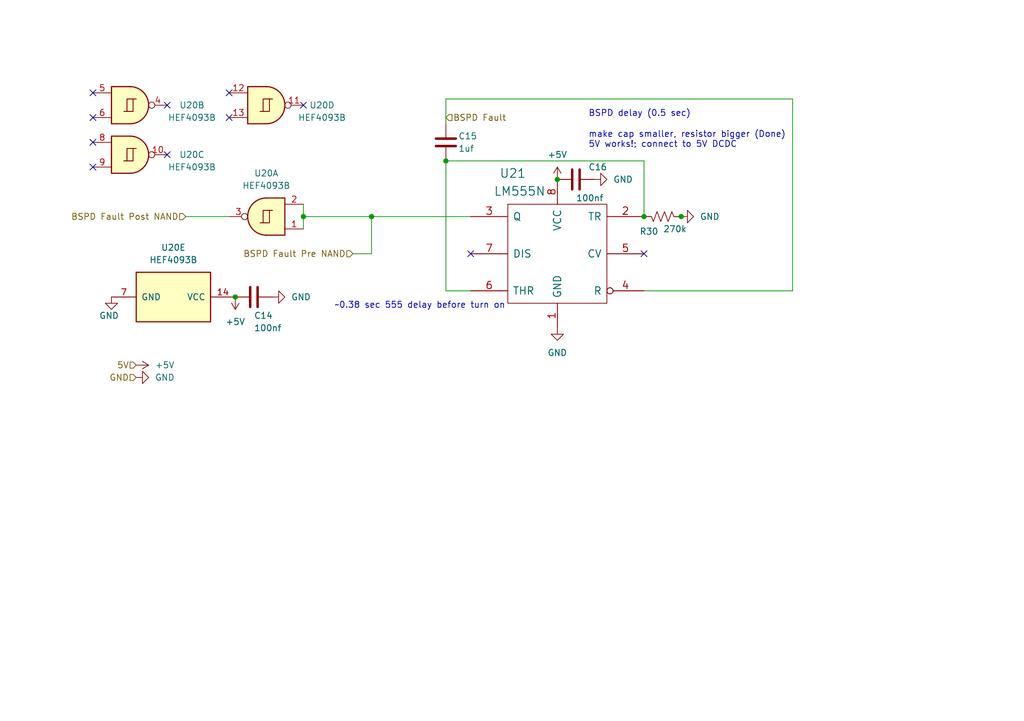
<source format=kicad_sch>
(kicad_sch (version 20231120) (generator "eeschema") (generator_version "8.0")
  (paper "A5")
  (title_block (title "BSPD Timer") (date "2024-07-07") (rev "1.0"))
  (lib_symbols
    (symbol "2FS-1_Symbol Library:LM555N" (pin_names (offset 1.016))
      (property "Reference" "U" (at 0 0 0))
      (property "Value" "LM555N" (at 0 2.54 0))
      (symbol "LM555N_0_0"
        (pin power_in line (at 0 -15.24 90) (length 5.08) (name "GND") (number "1"))
        (pin power_in line (at 0 15.24 270) (length 5.08) (name "VCC") (number "8"))
      )
      (symbol "LM555N_0_1"
        (rectangle (start -10.16 -10.16) (end 10.16 10.16))
      )
      (symbol "LM555N_1_1"
        (pin input line (at -17.78 7.62 0) (length 7.62) (name "TR") (number "2"))
        (pin output line (at 17.78 7.62 180) (length 7.62) (name "Q") (number "3"))
        (pin input inverted (at -17.78 -7.62 0) (length 7.62) (name "R") (number "4"))
        (pin input line (at -17.78 0 0) (length 7.62) (name "CV") (number "5"))
        (pin input line (at 17.78 -7.62 180) (length 7.62) (name "THR") (number "6"))
        (pin input line (at 17.78 0 180) (length 7.62) (name "DIS") (number "7"))
      )
    )
    (symbol "4xxx:HEF4093B" (pin_names (offset 1.016))
      (property "Reference" "U" (at 0 1.27 0))
      (property "Value" "HEF4093B" (at 0 -1.27 0))
      (symbol "HEF4093B_1_0"
        (polyline (pts (xy -0.635 -1.27) (xy -0.635 1.27) (xy 0.635 1.27)))
        (polyline (pts (xy -0.635 -1.27) (xy -0.635 1.27) (xy 0.635 1.27)))
        (polyline (pts (xy -1.27 -1.27) (xy 0.635 -1.27) (xy 0.635 1.27) (xy 1.27 1.27)))
        (polyline (pts (xy -1.27 -1.27) (xy 0.635 -1.27) (xy 0.635 1.27) (xy 1.27 1.27)))
      )
      (symbol "HEF4093B_1_1"
        (arc (start 0 -3.81) (mid 3.7934 0) (end 0 3.81) (stroke (width 0.254)) (fill (type background)))
        (polyline (pts (xy 0 3.81) (xy -3.81 3.81) (xy -3.81 -3.81) (xy 0 -3.81)) (stroke (width 0.254)) (fill (type background)))
        (pin input line (at -7.62 2.54 0) (length 3.81) (name "~") (number "1"))
        (pin input line (at -7.62 -2.54 0) (length 3.81) (name "~") (number "2"))
        (pin output inverted (at 7.62 0 180) (length 3.81) (name "~") (number "3"))
      )
      (symbol "HEF4093B_1_2"
        (arc (start -3.81 -3.81) (mid -2.589 0) (end -3.81 3.81) (stroke (width 0.254)))
        (arc (start -0.6096 -3.81) (mid 2.1842 -2.5851) (end 3.81 0) (stroke (width 0.254)) (fill (type background)))
        (polyline (pts (xy -3.81 -3.81) (xy -0.635 -3.81)) (stroke (width 0.254)) (fill (type background)))
        (polyline (pts (xy -3.81 3.81) (xy -0.635 3.81)) (stroke (width 0.254)) (fill (type background)))
        (polyline (pts (xy -0.635 3.81) (xy -3.81 3.81) (xy -3.81 3.81) (xy -3.556 3.4036) (xy -3.0226 2.2606) (xy -2.6924 1.0414) (xy -2.6162 -0.254) (xy -2.7686 -1.4986) (xy -3.175 -2.7178) (xy -3.81 -3.81) (xy -3.81 -3.81) (xy -0.635 -3.81)) (stroke (width -25.4)) (fill (type background)))
        (arc (start 3.81 0) (mid 2.1915 2.5936) (end -0.6096 3.81) (stroke (width 0.254)) (fill (type background)))
        (pin input inverted (at -7.62 2.54 0) (length 4.318) (name "~") (number "1"))
        (pin input inverted (at -7.62 -2.54 0) (length 4.318) (name "~") (number "2"))
        (pin output line (at 7.62 0 180) (length 3.81) (name "~") (number "3"))
      )
      (symbol "HEF4093B_2_0"
        (polyline (pts (xy -0.635 -1.27) (xy -0.635 1.27) (xy 0.635 1.27)))
        (polyline (pts (xy -0.635 -1.27) (xy -0.635 1.27) (xy 0.635 1.27)))
        (polyline (pts (xy -1.27 -1.27) (xy 0.635 -1.27) (xy 0.635 1.27) (xy 1.27 1.27)))
        (polyline (pts (xy -1.27 -1.27) (xy 0.635 -1.27) (xy 0.635 1.27) (xy 1.27 1.27)))
      )
      (symbol "HEF4093B_2_1"
        (arc (start 0 -3.81) (mid 3.7934 0) (end 0 3.81) (stroke (width 0.254)) (fill (type background)))
        (polyline (pts (xy 0 3.81) (xy -3.81 3.81) (xy -3.81 -3.81) (xy 0 -3.81)) (stroke (width 0.254)) (fill (type background)))
        (pin output inverted (at 7.62 0 180) (length 3.81) (name "~") (number "4"))
        (pin input line (at -7.62 2.54 0) (length 3.81) (name "~") (number "5"))
        (pin input line (at -7.62 -2.54 0) (length 3.81) (name "~") (number "6"))
      )
      (symbol "HEF4093B_2_2"
        (arc (start -3.81 -3.81) (mid -2.589 0) (end -3.81 3.81) (stroke (width 0.254)))
        (arc (start -0.6096 -3.81) (mid 2.1842 -2.5851) (end 3.81 0) (stroke (width 0.254)) (fill (type background)))
        (polyline (pts (xy -3.81 -3.81) (xy -0.635 -3.81)) (stroke (width 0.254)) (fill (type background)))
        (polyline (pts (xy -3.81 3.81) (xy -0.635 3.81)) (stroke (width 0.254)) (fill (type background)))
        (polyline (pts (xy -0.635 3.81) (xy -3.81 3.81) (xy -3.81 3.81) (xy -3.556 3.4036) (xy -3.0226 2.2606) (xy -2.6924 1.0414) (xy -2.6162 -0.254) (xy -2.7686 -1.4986) (xy -3.175 -2.7178) (xy -3.81 -3.81) (xy -3.81 -3.81) (xy -0.635 -3.81)) (stroke (width -25.4)) (fill (type background)))
        (arc (start 3.81 0) (mid 2.1915 2.5936) (end -0.6096 3.81) (stroke (width 0.254)) (fill (type background)))
        (pin output line (at 7.62 0 180) (length 3.81) (name "~") (number "4"))
        (pin input inverted (at -7.62 2.54 0) (length 4.318) (name "~") (number "5"))
        (pin input inverted (at -7.62 -2.54 0) (length 4.318) (name "~") (number "6"))
      )
      (symbol "HEF4093B_3_0"
        (polyline (pts (xy -0.635 -1.27) (xy -0.635 1.27) (xy 0.635 1.27)))
        (polyline (pts (xy -0.635 -1.27) (xy -0.635 1.27) (xy 0.635 1.27)))
        (polyline (pts (xy -1.27 -1.27) (xy 0.635 -1.27) (xy 0.635 1.27) (xy 1.27 1.27)))
        (polyline (pts (xy -1.27 -1.27) (xy 0.635 -1.27) (xy 0.635 1.27) (xy 1.27 1.27)))
      )
      (symbol "HEF4093B_3_1"
        (arc (start 0 -3.81) (mid 3.7934 0) (end 0 3.81) (stroke (width 0.254)) (fill (type background)))
        (polyline (pts (xy 0 3.81) (xy -3.81 3.81) (xy -3.81 -3.81) (xy 0 -3.81)) (stroke (width 0.254)) (fill (type background)))
        (pin output inverted (at 7.62 0 180) (length 3.81) (name "~") (number "10"))
        (pin input line (at -7.62 2.54 0) (length 3.81) (name "~") (number "8"))
        (pin input line (at -7.62 -2.54 0) (length 3.81) (name "~") (number "9"))
      )
      (symbol "HEF4093B_3_2"
        (arc (start -3.81 -3.81) (mid -2.589 0) (end -3.81 3.81) (stroke (width 0.254)))
        (arc (start -0.6096 -3.81) (mid 2.1842 -2.5851) (end 3.81 0) (stroke (width 0.254)) (fill (type background)))
        (polyline (pts (xy -3.81 -3.81) (xy -0.635 -3.81)) (stroke (width 0.254)) (fill (type background)))
        (polyline (pts (xy -3.81 3.81) (xy -0.635 3.81)) (stroke (width 0.254)) (fill (type background)))
        (polyline (pts (xy -0.635 3.81) (xy -3.81 3.81) (xy -3.81 3.81) (xy -3.556 3.4036) (xy -3.0226 2.2606) (xy -2.6924 1.0414) (xy -2.6162 -0.254) (xy -2.7686 -1.4986) (xy -3.175 -2.7178) (xy -3.81 -3.81) (xy -3.81 -3.81) (xy -0.635 -3.81)) (stroke (width -25.4)) (fill (type background)))
        (arc (start 3.81 0) (mid 2.1915 2.5936) (end -0.6096 3.81) (stroke (width 0.254)) (fill (type background)))
        (pin output line (at 7.62 0 180) (length 3.81) (name "~") (number "10"))
        (pin input inverted (at -7.62 2.54 0) (length 4.318) (name "~") (number "8"))
        (pin input inverted (at -7.62 -2.54 0) (length 4.318) (name "~") (number "9"))
      )
      (symbol "HEF4093B_4_0"
        (polyline (pts (xy -0.635 -1.27) (xy -0.635 1.27) (xy 0.635 1.27)))
        (polyline (pts (xy -0.635 -1.27) (xy -0.635 1.27) (xy 0.635 1.27)))
        (polyline (pts (xy -1.27 -1.27) (xy 0.635 -1.27) (xy 0.635 1.27) (xy 1.27 1.27)))
        (polyline (pts (xy -1.27 -1.27) (xy 0.635 -1.27) (xy 0.635 1.27) (xy 1.27 1.27)))
      )
      (symbol "HEF4093B_4_1"
        (arc (start 0 -3.81) (mid 3.7934 0) (end 0 3.81) (stroke (width 0.254)) (fill (type background)))
        (polyline (pts (xy 0 3.81) (xy -3.81 3.81) (xy -3.81 -3.81) (xy 0 -3.81)) (stroke (width 0.254)) (fill (type background)))
        (pin output inverted (at 7.62 0 180) (length 3.81) (name "~") (number "11"))
        (pin input line (at -7.62 2.54 0) (length 3.81) (name "~") (number "12"))
        (pin input line (at -7.62 -2.54 0) (length 3.81) (name "~") (number "13"))
      )
      (symbol "HEF4093B_4_2"
        (arc (start -3.81 -3.81) (mid -2.589 0) (end -3.81 3.81) (stroke (width 0.254)))
        (arc (start -0.6096 -3.81) (mid 2.1842 -2.5851) (end 3.81 0) (stroke (width 0.254)) (fill (type background)))
        (polyline (pts (xy -3.81 -3.81) (xy -0.635 -3.81)) (stroke (width 0.254)) (fill (type background)))
        (polyline (pts (xy -3.81 3.81) (xy -0.635 3.81)) (stroke (width 0.254)) (fill (type background)))
        (polyline (pts (xy -0.635 3.81) (xy -3.81 3.81) (xy -3.81 3.81) (xy -3.556 3.4036) (xy -3.0226 2.2606) (xy -2.6924 1.0414) (xy -2.6162 -0.254) (xy -2.7686 -1.4986) (xy -3.175 -2.7178) (xy -3.81 -3.81) (xy -3.81 -3.81) (xy -0.635 -3.81)) (stroke (width -25.4)) (fill (type background)))
        (arc (start 3.81 0) (mid 2.1915 2.5936) (end -0.6096 3.81) (stroke (width 0.254)) (fill (type background)))
        (pin output line (at 7.62 0 180) (length 3.81) (name "~") (number "11"))
        (pin input inverted (at -7.62 2.54 0) (length 4.318) (name "~") (number "12"))
        (pin input inverted (at -7.62 -2.54 0) (length 4.318) (name "~") (number "13"))
      )
      (symbol "HEF4093B_5_0"
        (pin power_in line (at 0 12.7 270) (length 5.08) (name "VCC") (number "14"))
        (pin power_in line (at 0 -12.7 90) (length 5.08) (name "GND") (number "7"))
      )
      (symbol "HEF4093B_5_1"
        (rectangle (start -5.08 7.62) (end 5.08 -7.62) (stroke (width 0.254)) (fill (type background)))
      )
    )
    (symbol "Device:C" (pin_numbers hide) (pin_names (offset 0.254))
      (property "Reference" "C" (at 0.635 2.54 0))
      (property "Value" "C" (at 0.635 -2.54 0))
      (symbol "C_0_1"
        (polyline (pts (xy -2.032 -0.762) (xy 2.032 -0.762)) (stroke (width 0.508)))
        (polyline (pts (xy -2.032 0.762) (xy 2.032 0.762)) (stroke (width 0.508)))
      )
      (symbol "C_1_1"
        (pin passive line (at 0 3.81 270) (length 2.794) (name "~") (number "1"))
        (pin passive line (at 0 -3.81 90) (length 2.794) (name "~") (number "2"))
      )
    )
    (symbol "Device:R_US" (pin_numbers hide) (pin_names (offset 0))
      (property "Reference" "R" (at 2.54 0 90))
      (property "Value" "R_US" (at -2.54 0 90))
      (symbol "R_US_0_1"
        (polyline (pts (xy 0 -2.286) (xy 0 -2.54)))
        (polyline (pts (xy 0 2.286) (xy 0 2.54)))
        (polyline (pts (xy 0 -0.762) (xy 1.016 -1.143) (xy 0 -1.524) (xy -1.016 -1.905) (xy 0 -2.286)))
        (polyline (pts (xy 0 0.762) (xy 1.016 0.381) (xy 0 0) (xy -1.016 -0.381) (xy 0 -0.762)))
        (polyline (pts (xy 0 2.286) (xy 1.016 1.905) (xy 0 1.524) (xy -1.016 1.143) (xy 0 0.762)))
      )
      (symbol "R_US_1_1"
        (pin passive line (at 0 3.81 270) (length 1.27) (name "~") (number "1"))
        (pin passive line (at 0 -3.81 90) (length 1.27) (name "~") (number "2"))
      )
    )
    (symbol "power:+5V" (power) (pin_names (offset 0))
      (property "Value" "+5V" (at 0 3.556 0))
      (symbol "+5V_0_1"
        (polyline (pts (xy -0.762 1.27) (xy 0 2.54)))
        (polyline (pts (xy 0 0) (xy 0 2.54)))
        (polyline (pts (xy 0 2.54) (xy 0.762 1.27)))
      )
      (symbol "+5V_1_1"
        (pin power_in line (at 0 0 90) (length 0) hide (name "+5V") (number "1"))
      )
    )
    (symbol "power:GND" (power) (pin_names (offset 0))
      (property "Value" "GND" (at 0 -3.81 0))
      (symbol "GND_0_1"
        (polyline (pts (xy 0 0) (xy 0 -1.27) (xy 1.27 -1.27) (xy 0 -2.54) (xy -1.27 -1.27) (xy 0 -1.27)))
      )
      (symbol "GND_1_1"
        (pin power_in line (at 0 0 270) (length 0) hide (name "GND") (number "1"))
      )
    )
  )
  (junction (at 76.2 44.45))
  (junction (at 139.7 44.45))
  (junction (at 132.08 44.45))
  (junction (at 91.44 33.02))
  (junction (at 114.3 36.83))
  (junction (at 48.26 60.96))
  (junction (at 62.23 44.45))
  (no_connect (at 19.05 34.29))
  (no_connect (at 96.52 52.07))
  (no_connect (at 46.99 19.05))
  (no_connect (at 62.23 21.59))
  (no_connect (at 19.05 19.05))
  (no_connect (at 34.29 21.59))
  (no_connect (at 46.99 24.13))
  (no_connect (at 19.05 24.13))
  (no_connect (at 19.05 29.21))
  (no_connect (at 132.08 52.07))
  (no_connect (at 34.29 31.75))
  (wire (pts (xy 46.99 44.45) (xy 38.1 44.45)))
  (wire (pts (xy 139.7 44.45) (xy 139.7 44.323)))
  (wire (pts (xy 132.08 59.69) (xy 162.56 59.69)))
  (wire (pts (xy 62.23 41.91) (xy 62.23 44.45)))
  (wire (pts (xy 72.39 52.07) (xy 76.2 52.07)))
  (wire (pts (xy 162.56 59.69) (xy 162.56 20.32)))
  (wire (pts (xy 76.2 44.45) (xy 96.52 44.45)))
  (wire (pts (xy 91.44 20.32) (xy 91.44 25.4)))
  (wire (pts (xy 76.2 52.07) (xy 76.2 44.45)))
  (wire (pts (xy 62.23 44.45) (xy 76.2 44.45)))
  (wire (pts (xy 91.44 33.02) (xy 91.44 59.69)))
  (wire (pts (xy 62.23 44.45) (xy 62.23 46.99)))
  (wire (pts (xy 132.08 33.02) (xy 132.08 44.45)))
  (wire (pts (xy 91.44 59.69) (xy 96.52 59.69)))
  (wire (pts (xy 91.44 20.32) (xy 162.56 20.32)))
  (wire (pts (xy 91.44 33.02) (xy 132.08 33.02)))
  (text "~0.38 sec 555 delay before turn on" (at 68.58 63.5 0) (effects (font (size 1.27 1.27)) (justify left bottom)))
  (text "BSPD delay (0.5 sec)" (at 120.65 24.13 0) (effects (font (size 1.27 1.27)) (justify left bottom)))
  (text "make cap smaller, resistor bigger (Done)\n5V works!; connect to 5V DCDC" (at 120.65 30.48 0) (effects (font (size 1.27 1.27)) (justify left bottom)))
  (hierarchical_label "BSPD Fault Post NAND" (shape input) (at 38.1 44.45 180))
  (hierarchical_label "BSPD Fault Pre NAND" (shape input) (at 72.39 52.07 180))
  (hierarchical_label "5V" (shape input) (at 27.94 74.93 180))
  (hierarchical_label "BSPD Fault" (shape input) (at 91.44 24.13 0))
  (hierarchical_label "GND" (shape input) (at 27.94 77.47 180))
  (symbol (lib_id "Device:C") (at 52.07 60.96 270) (unit 1)
    (property "Reference" "C14" (at 52.07 64.77 90) (effects (justify left)))
    (property "Value" "100nf" (at 52.07 67.31 90) (effects (justify left)))
    (property "Footprint" "Capacitor_SMD:C_0805_2012Metric_Pad1.18x1.45mm_HandSolder" (effects (hide yes)))
    (property "Datasheet" "https://mm.digikey.com/Volume0/opasdata/d220001/medias/docus/4005/0805B104K101CC.pdf" (effects (hide yes)))
  )
  (symbol (lib_id "power:+5V") (at 48.26 60.96 180) (unit 1)
    (property "Reference" "#PWR078" (effects (hide yes)))
    (property "Value" "+5V" (at 48.26 66.04 0))
  )
  (symbol (lib_id "Device:R_US") (at 135.89 44.45 90) (mirror x) (unit 1)
    (property "Reference" "R30" (at 133.096 47.498 90))
    (property "Value" "270k" (at 138.43 46.99 90))
    (property "Footprint" "Resistor_SMD:R_0805_2012Metric_Pad1.20x1.40mm_HandSolder" (effects (hide yes)))
  )
  (symbol (lib_id "4xxx:HEF4093B") (at 35.56 60.96 270) (unit 5)
    (property "Reference" "U20" (at 35.56 50.8 90))
    (property "Value" "HEF4093B" (at 35.56 53.34 90))
    (property "Footprint" "Package_SO:SOIC-14_3.9x8.7mm_P1.27mm" (effects (hide yes)))
    (property "Datasheet" "https://assets.nexperia.com/documents/data-sheet/HEF4093B.pdf" (effects (hide yes)))
  )
  (symbol (lib_id "4xxx:HEF4093B") (at 54.61 21.59 0) (unit 4)
    (property "Reference" "U20" (at 66.04 21.59 0))
    (property "Value" "HEF4093B" (at 66.04 24.13 0))
    (property "Footprint" "Package_SO:SOIC-14_3.9x8.7mm_P1.27mm" (effects (hide yes)))
    (property "Datasheet" "https://assets.nexperia.com/documents/data-sheet/HEF4093B.pdf" (effects (hide yes)))
  )
  (symbol (lib_id "power:GND") (at 22.86 60.96 0) (unit 1)
    (property "Reference" "#PWR077" (effects (hide yes)))
    (property "Value" "GND" (at 20.32 64.77 0) (effects (justify left)))
  )
  (symbol (lib_id "power:GND") (at 121.92 36.83 90) (unit 1)
    (property "Reference" "#PWR091" (effects (hide yes)))
    (property "Value" "GND" (at 125.73 36.83 90) (effects (justify right)))
  )
  (symbol (lib_id "power:GND") (at 27.94 77.47 90) (unit 1)
    (property "Reference" "#PWR031" (effects (hide yes)))
    (property "Value" "GND" (at 31.75 77.47 90) (effects (justify right)))
  )
  (symbol (lib_id "4xxx:HEF4093B") (at 54.61 44.45 180) (unit 1)
    (property "Reference" "U20" (at 54.6183 35.56 0))
    (property "Value" "HEF4093B" (at 54.6183 38.1 0))
    (property "Footprint" "Package_SO:SOIC-14_3.9x8.7mm_P1.27mm" (effects (hide yes)))
    (property "Datasheet" "https://assets.nexperia.com/documents/data-sheet/HEF4093B.pdf" (effects (hide yes)))
  )
  (symbol (lib_id "power:+5V") (at 114.3 36.83 0) (unit 1)
    (property "Reference" "#PWR017" (effects (hide yes)))
    (property "Value" "+5V" (at 114.3 31.75 0))
  )
  (symbol (lib_id "power:GND") (at 139.7 44.45 90) (unit 1)
    (property "Reference" "#PWR092" (effects (hide yes)))
    (property "Value" "GND" (at 143.51 44.45 90) (effects (justify right)))
  )
  (symbol (lib_id "Device:C") (at 118.11 36.83 270) (unit 1)
    (property "Reference" "C16" (at 120.65 34.29 90) (effects (justify left)))
    (property "Value" "100nf" (at 118.11 40.64 90) (effects (justify left)))
    (property "Footprint" "Capacitor_SMD:C_0805_2012Metric_Pad1.18x1.45mm_HandSolder" (effects (hide yes)))
    (property "Datasheet" "https://mm.digikey.com/Volume0/opasdata/d220001/medias/docus/4005/0805B104K101CC.pdf" (effects (hide yes)))
  )
  (symbol (lib_id "2FS-1_Symbol Library:LM555N") (at 114.3 52.07 0) (mirror y) (unit 1)
    (property "Reference" "U21" (at 107.95 35.56 0) (effects (font (size 1.778 1.778)) (justify left)))
    (property "Value" "LM555N" (at 111.9313 39.243 0) (effects (font (size 1.778 1.778)) (justify left)))
    (property "Footprint" "Package_DIP:DIP-8_W7.62mm" (effects (hide yes)))
    (property "Datasheet" "https://www.ti.com/lit/ds/symlink/lm555.pdf?HQS=dis-dk-null-digikeymode-dsf-pf-null-wwe&ts=1707105995044&ref_url=https%253A%252F%252Fwww.ti.com%252Fgeneral%252Fdocs%252Fsuppproductinfo.tsp%253FdistId%253D10%2526gotoUrl%253Dhttps%253A%252F%252Fwww.ti.com%252Flit%252Fgpn%252Flm555" (effects (hide yes)))
  )
  (symbol (lib_id "4xxx:HEF4093B") (at 26.67 31.75 0) (unit 3)
    (property "Reference" "U20" (at 39.37 31.75 0))
    (property "Value" "HEF4093B" (at 39.37 34.29 0))
    (property "Footprint" "Package_SO:SOIC-14_3.9x8.7mm_P1.27mm" (effects (hide yes)))
    (property "Datasheet" "https://assets.nexperia.com/documents/data-sheet/HEF4093B.pdf" (effects (hide yes)))
  )
  (symbol (lib_id "power:GND") (at 114.3 67.31 0) (unit 1)
    (property "Reference" "#PWR090" (effects (hide yes)))
    (property "Value" "GND" (at 114.3 72.39 0))
  )
  (symbol (lib_id "4xxx:HEF4093B") (at 26.67 21.59 0) (unit 2)
    (property "Reference" "U20" (at 39.37 21.59 0))
    (property "Value" "HEF4093B" (at 39.37 24.13 0))
    (property "Footprint" "Package_SO:SOIC-14_3.9x8.7mm_P1.27mm" (effects (hide yes)))
    (property "Datasheet" "https://assets.nexperia.com/documents/data-sheet/HEF4093B.pdf" (effects (hide yes)))
  )
  (symbol (lib_id "Device:C") (at 91.44 29.21 0) (unit 1)
    (property "Reference" "C15" (at 93.98 27.94 0) (effects (justify left)))
    (property "Value" "1uf" (at 93.98 30.48 0) (effects (justify left)))
    (property "Footprint" "Capacitor_SMD:C_0805_2012Metric_Pad1.18x1.45mm_HandSolder" (effects (hide yes)))
    (property "Datasheet" "https://mm.digikey.com/Volume0/opasdata/d220001/medias/docus/5491/0805B105K160DC.pdf" (effects (hide yes)))
  )
  (symbol (lib_id "power:+5V") (at 27.94 74.93 270) (unit 1)
    (property "Reference" "#PWR013" (effects (hide yes)))
    (property "Value" "+5V" (at 31.75 74.9299 90) (effects (justify left)))
  )
  (symbol (lib_id "power:GND") (at 55.88 60.96 90) (unit 1)
    (property "Reference" "#PWR079" (effects (hide yes)))
    (property "Value" "GND" (at 59.69 60.96 90) (effects (justify right)))
  )
)
</source>
